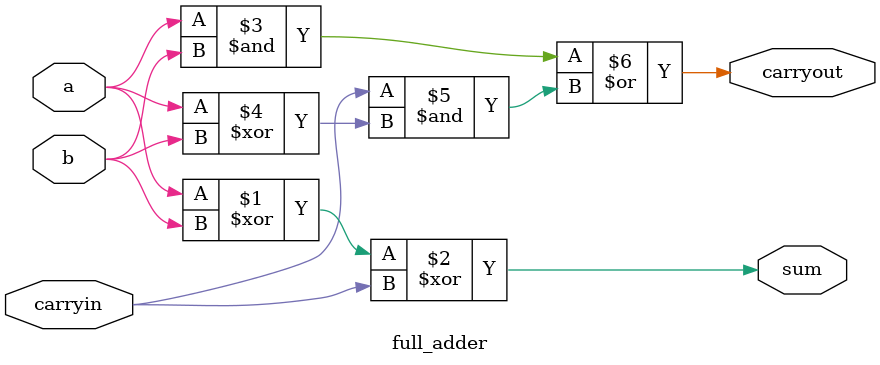
<source format=v>
module full_adder(input a, b, carryin, 
                  output sum, carryout);
  
  assign sum = a ^ b ^ carryin;
  
  assign carryout = ((a & b) | (carryin & (a ^ b)));
  
endmodule

</source>
